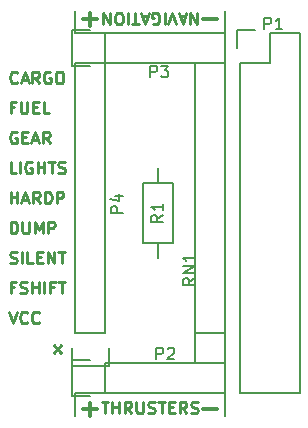
<source format=gto>
G04 #@! TF.FileFunction,Legend,Top*
%FSLAX46Y46*%
G04 Gerber Fmt 4.6, Leading zero omitted, Abs format (unit mm)*
G04 Created by KiCad (PCBNEW (2015-12-02 BZR 6341, Git dd06abf)-product) date 27/12/2015 22:57:57*
%MOMM*%
G01*
G04 APERTURE LIST*
%ADD10C,0.100000*%
%ADD11C,0.250000*%
%ADD12C,0.300000*%
%ADD13C,0.150000*%
G04 APERTURE END LIST*
D10*
D11*
X130317857Y-112212381D02*
X130841667Y-111545714D01*
X130317857Y-111545714D02*
X130841667Y-112212381D01*
D12*
X142938572Y-83927143D02*
X144081429Y-83927143D01*
X142938572Y-116947143D02*
X144081429Y-116947143D01*
X132778572Y-116947143D02*
X133921429Y-116947143D01*
X133350000Y-117518571D02*
X133350000Y-116375714D01*
X132778572Y-83927143D02*
X133921429Y-83927143D01*
X133350000Y-84498571D02*
X133350000Y-83355714D01*
D13*
X132080000Y-115570000D02*
X134620000Y-115570000D01*
X132080000Y-85090000D02*
X134620000Y-85090000D01*
X132080000Y-85090000D02*
X132080000Y-83185000D01*
X144780000Y-85090000D02*
X144780000Y-83185000D01*
X144780000Y-115570000D02*
X144780000Y-117475000D01*
X132080000Y-115570000D02*
X132080000Y-117475000D01*
D11*
X126460238Y-108672381D02*
X126793571Y-109672381D01*
X127126905Y-108672381D01*
X128031667Y-109577143D02*
X127984048Y-109624762D01*
X127841191Y-109672381D01*
X127745953Y-109672381D01*
X127603095Y-109624762D01*
X127507857Y-109529524D01*
X127460238Y-109434286D01*
X127412619Y-109243810D01*
X127412619Y-109100952D01*
X127460238Y-108910476D01*
X127507857Y-108815238D01*
X127603095Y-108720000D01*
X127745953Y-108672381D01*
X127841191Y-108672381D01*
X127984048Y-108720000D01*
X128031667Y-108767619D01*
X129031667Y-109577143D02*
X128984048Y-109624762D01*
X128841191Y-109672381D01*
X128745953Y-109672381D01*
X128603095Y-109624762D01*
X128507857Y-109529524D01*
X128460238Y-109434286D01*
X128412619Y-109243810D01*
X128412619Y-109100952D01*
X128460238Y-108910476D01*
X128507857Y-108815238D01*
X128603095Y-108720000D01*
X128745953Y-108672381D01*
X128841191Y-108672381D01*
X128984048Y-108720000D01*
X129031667Y-108767619D01*
X134310952Y-116292381D02*
X134882381Y-116292381D01*
X134596666Y-117292381D02*
X134596666Y-116292381D01*
X135215714Y-117292381D02*
X135215714Y-116292381D01*
X135215714Y-116768571D02*
X135787143Y-116768571D01*
X135787143Y-117292381D02*
X135787143Y-116292381D01*
X136834762Y-117292381D02*
X136501428Y-116816190D01*
X136263333Y-117292381D02*
X136263333Y-116292381D01*
X136644286Y-116292381D01*
X136739524Y-116340000D01*
X136787143Y-116387619D01*
X136834762Y-116482857D01*
X136834762Y-116625714D01*
X136787143Y-116720952D01*
X136739524Y-116768571D01*
X136644286Y-116816190D01*
X136263333Y-116816190D01*
X137263333Y-116292381D02*
X137263333Y-117101905D01*
X137310952Y-117197143D01*
X137358571Y-117244762D01*
X137453809Y-117292381D01*
X137644286Y-117292381D01*
X137739524Y-117244762D01*
X137787143Y-117197143D01*
X137834762Y-117101905D01*
X137834762Y-116292381D01*
X138263333Y-117244762D02*
X138406190Y-117292381D01*
X138644286Y-117292381D01*
X138739524Y-117244762D01*
X138787143Y-117197143D01*
X138834762Y-117101905D01*
X138834762Y-117006667D01*
X138787143Y-116911429D01*
X138739524Y-116863810D01*
X138644286Y-116816190D01*
X138453809Y-116768571D01*
X138358571Y-116720952D01*
X138310952Y-116673333D01*
X138263333Y-116578095D01*
X138263333Y-116482857D01*
X138310952Y-116387619D01*
X138358571Y-116340000D01*
X138453809Y-116292381D01*
X138691905Y-116292381D01*
X138834762Y-116340000D01*
X139120476Y-116292381D02*
X139691905Y-116292381D01*
X139406190Y-117292381D02*
X139406190Y-116292381D01*
X140025238Y-116768571D02*
X140358572Y-116768571D01*
X140501429Y-117292381D02*
X140025238Y-117292381D01*
X140025238Y-116292381D01*
X140501429Y-116292381D01*
X141501429Y-117292381D02*
X141168095Y-116816190D01*
X140930000Y-117292381D02*
X140930000Y-116292381D01*
X141310953Y-116292381D01*
X141406191Y-116340000D01*
X141453810Y-116387619D01*
X141501429Y-116482857D01*
X141501429Y-116625714D01*
X141453810Y-116720952D01*
X141406191Y-116768571D01*
X141310953Y-116816190D01*
X140930000Y-116816190D01*
X141882381Y-117244762D02*
X142025238Y-117292381D01*
X142263334Y-117292381D01*
X142358572Y-117244762D01*
X142406191Y-117197143D01*
X142453810Y-117101905D01*
X142453810Y-117006667D01*
X142406191Y-116911429D01*
X142358572Y-116863810D01*
X142263334Y-116816190D01*
X142072857Y-116768571D01*
X141977619Y-116720952D01*
X141930000Y-116673333D01*
X141882381Y-116578095D01*
X141882381Y-116482857D01*
X141930000Y-116387619D01*
X141977619Y-116340000D01*
X142072857Y-116292381D01*
X142310953Y-116292381D01*
X142453810Y-116340000D01*
X142406190Y-83367619D02*
X142406190Y-84367619D01*
X141834761Y-83367619D01*
X141834761Y-84367619D01*
X141406190Y-83653333D02*
X140929999Y-83653333D01*
X141501428Y-83367619D02*
X141168095Y-84367619D01*
X140834761Y-83367619D01*
X140644285Y-84367619D02*
X140310952Y-83367619D01*
X139977618Y-84367619D01*
X139644285Y-83367619D02*
X139644285Y-84367619D01*
X138644285Y-84320000D02*
X138739523Y-84367619D01*
X138882380Y-84367619D01*
X139025238Y-84320000D01*
X139120476Y-84224762D01*
X139168095Y-84129524D01*
X139215714Y-83939048D01*
X139215714Y-83796190D01*
X139168095Y-83605714D01*
X139120476Y-83510476D01*
X139025238Y-83415238D01*
X138882380Y-83367619D01*
X138787142Y-83367619D01*
X138644285Y-83415238D01*
X138596666Y-83462857D01*
X138596666Y-83796190D01*
X138787142Y-83796190D01*
X138215714Y-83653333D02*
X137739523Y-83653333D01*
X138310952Y-83367619D02*
X137977619Y-84367619D01*
X137644285Y-83367619D01*
X137453809Y-84367619D02*
X136882380Y-84367619D01*
X137168095Y-83367619D02*
X137168095Y-84367619D01*
X136549047Y-83367619D02*
X136549047Y-84367619D01*
X135882381Y-84367619D02*
X135691904Y-84367619D01*
X135596666Y-84320000D01*
X135501428Y-84224762D01*
X135453809Y-84034286D01*
X135453809Y-83700952D01*
X135501428Y-83510476D01*
X135596666Y-83415238D01*
X135691904Y-83367619D01*
X135882381Y-83367619D01*
X135977619Y-83415238D01*
X136072857Y-83510476D01*
X136120476Y-83700952D01*
X136120476Y-84034286D01*
X136072857Y-84224762D01*
X135977619Y-84320000D01*
X135882381Y-84367619D01*
X135025238Y-83367619D02*
X135025238Y-84367619D01*
X134453809Y-83367619D01*
X134453809Y-84367619D01*
X126603095Y-102052381D02*
X126603095Y-101052381D01*
X126841190Y-101052381D01*
X126984048Y-101100000D01*
X127079286Y-101195238D01*
X127126905Y-101290476D01*
X127174524Y-101480952D01*
X127174524Y-101623810D01*
X127126905Y-101814286D01*
X127079286Y-101909524D01*
X126984048Y-102004762D01*
X126841190Y-102052381D01*
X126603095Y-102052381D01*
X127603095Y-101052381D02*
X127603095Y-101861905D01*
X127650714Y-101957143D01*
X127698333Y-102004762D01*
X127793571Y-102052381D01*
X127984048Y-102052381D01*
X128079286Y-102004762D01*
X128126905Y-101957143D01*
X128174524Y-101861905D01*
X128174524Y-101052381D01*
X128650714Y-102052381D02*
X128650714Y-101052381D01*
X128984048Y-101766667D01*
X129317381Y-101052381D01*
X129317381Y-102052381D01*
X129793571Y-102052381D02*
X129793571Y-101052381D01*
X130174524Y-101052381D01*
X130269762Y-101100000D01*
X130317381Y-101147619D01*
X130365000Y-101242857D01*
X130365000Y-101385714D01*
X130317381Y-101480952D01*
X130269762Y-101528571D01*
X130174524Y-101576190D01*
X129793571Y-101576190D01*
X126555476Y-104544762D02*
X126698333Y-104592381D01*
X126936429Y-104592381D01*
X127031667Y-104544762D01*
X127079286Y-104497143D01*
X127126905Y-104401905D01*
X127126905Y-104306667D01*
X127079286Y-104211429D01*
X127031667Y-104163810D01*
X126936429Y-104116190D01*
X126745952Y-104068571D01*
X126650714Y-104020952D01*
X126603095Y-103973333D01*
X126555476Y-103878095D01*
X126555476Y-103782857D01*
X126603095Y-103687619D01*
X126650714Y-103640000D01*
X126745952Y-103592381D01*
X126984048Y-103592381D01*
X127126905Y-103640000D01*
X127555476Y-104592381D02*
X127555476Y-103592381D01*
X128507857Y-104592381D02*
X128031666Y-104592381D01*
X128031666Y-103592381D01*
X128841190Y-104068571D02*
X129174524Y-104068571D01*
X129317381Y-104592381D02*
X128841190Y-104592381D01*
X128841190Y-103592381D01*
X129317381Y-103592381D01*
X129745952Y-104592381D02*
X129745952Y-103592381D01*
X130317381Y-104592381D01*
X130317381Y-103592381D01*
X130650714Y-103592381D02*
X131222143Y-103592381D01*
X130936428Y-104592381D02*
X130936428Y-103592381D01*
X126936429Y-106608571D02*
X126603095Y-106608571D01*
X126603095Y-107132381D02*
X126603095Y-106132381D01*
X127079286Y-106132381D01*
X127412619Y-107084762D02*
X127555476Y-107132381D01*
X127793572Y-107132381D01*
X127888810Y-107084762D01*
X127936429Y-107037143D01*
X127984048Y-106941905D01*
X127984048Y-106846667D01*
X127936429Y-106751429D01*
X127888810Y-106703810D01*
X127793572Y-106656190D01*
X127603095Y-106608571D01*
X127507857Y-106560952D01*
X127460238Y-106513333D01*
X127412619Y-106418095D01*
X127412619Y-106322857D01*
X127460238Y-106227619D01*
X127507857Y-106180000D01*
X127603095Y-106132381D01*
X127841191Y-106132381D01*
X127984048Y-106180000D01*
X128412619Y-107132381D02*
X128412619Y-106132381D01*
X128412619Y-106608571D02*
X128984048Y-106608571D01*
X128984048Y-107132381D02*
X128984048Y-106132381D01*
X129460238Y-107132381D02*
X129460238Y-106132381D01*
X130269762Y-106608571D02*
X129936428Y-106608571D01*
X129936428Y-107132381D02*
X129936428Y-106132381D01*
X130412619Y-106132381D01*
X130650714Y-106132381D02*
X131222143Y-106132381D01*
X130936428Y-107132381D02*
X130936428Y-106132381D01*
X126603095Y-99512381D02*
X126603095Y-98512381D01*
X126603095Y-98988571D02*
X127174524Y-98988571D01*
X127174524Y-99512381D02*
X127174524Y-98512381D01*
X127603095Y-99226667D02*
X128079286Y-99226667D01*
X127507857Y-99512381D02*
X127841190Y-98512381D01*
X128174524Y-99512381D01*
X129079286Y-99512381D02*
X128745952Y-99036190D01*
X128507857Y-99512381D02*
X128507857Y-98512381D01*
X128888810Y-98512381D01*
X128984048Y-98560000D01*
X129031667Y-98607619D01*
X129079286Y-98702857D01*
X129079286Y-98845714D01*
X129031667Y-98940952D01*
X128984048Y-98988571D01*
X128888810Y-99036190D01*
X128507857Y-99036190D01*
X129507857Y-99512381D02*
X129507857Y-98512381D01*
X129745952Y-98512381D01*
X129888810Y-98560000D01*
X129984048Y-98655238D01*
X130031667Y-98750476D01*
X130079286Y-98940952D01*
X130079286Y-99083810D01*
X130031667Y-99274286D01*
X129984048Y-99369524D01*
X129888810Y-99464762D01*
X129745952Y-99512381D01*
X129507857Y-99512381D01*
X130507857Y-99512381D02*
X130507857Y-98512381D01*
X130888810Y-98512381D01*
X130984048Y-98560000D01*
X131031667Y-98607619D01*
X131079286Y-98702857D01*
X131079286Y-98845714D01*
X131031667Y-98940952D01*
X130984048Y-98988571D01*
X130888810Y-99036190D01*
X130507857Y-99036190D01*
X126936429Y-91368571D02*
X126603095Y-91368571D01*
X126603095Y-91892381D02*
X126603095Y-90892381D01*
X127079286Y-90892381D01*
X127460238Y-90892381D02*
X127460238Y-91701905D01*
X127507857Y-91797143D01*
X127555476Y-91844762D01*
X127650714Y-91892381D01*
X127841191Y-91892381D01*
X127936429Y-91844762D01*
X127984048Y-91797143D01*
X128031667Y-91701905D01*
X128031667Y-90892381D01*
X128507857Y-91368571D02*
X128841191Y-91368571D01*
X128984048Y-91892381D02*
X128507857Y-91892381D01*
X128507857Y-90892381D01*
X128984048Y-90892381D01*
X129888810Y-91892381D02*
X129412619Y-91892381D01*
X129412619Y-90892381D01*
X127126905Y-93480000D02*
X127031667Y-93432381D01*
X126888810Y-93432381D01*
X126745952Y-93480000D01*
X126650714Y-93575238D01*
X126603095Y-93670476D01*
X126555476Y-93860952D01*
X126555476Y-94003810D01*
X126603095Y-94194286D01*
X126650714Y-94289524D01*
X126745952Y-94384762D01*
X126888810Y-94432381D01*
X126984048Y-94432381D01*
X127126905Y-94384762D01*
X127174524Y-94337143D01*
X127174524Y-94003810D01*
X126984048Y-94003810D01*
X127603095Y-93908571D02*
X127936429Y-93908571D01*
X128079286Y-94432381D02*
X127603095Y-94432381D01*
X127603095Y-93432381D01*
X128079286Y-93432381D01*
X128460238Y-94146667D02*
X128936429Y-94146667D01*
X128365000Y-94432381D02*
X128698333Y-93432381D01*
X129031667Y-94432381D01*
X129936429Y-94432381D02*
X129603095Y-93956190D01*
X129365000Y-94432381D02*
X129365000Y-93432381D01*
X129745953Y-93432381D01*
X129841191Y-93480000D01*
X129888810Y-93527619D01*
X129936429Y-93622857D01*
X129936429Y-93765714D01*
X129888810Y-93860952D01*
X129841191Y-93908571D01*
X129745953Y-93956190D01*
X129365000Y-93956190D01*
X127174524Y-89257143D02*
X127126905Y-89304762D01*
X126984048Y-89352381D01*
X126888810Y-89352381D01*
X126745952Y-89304762D01*
X126650714Y-89209524D01*
X126603095Y-89114286D01*
X126555476Y-88923810D01*
X126555476Y-88780952D01*
X126603095Y-88590476D01*
X126650714Y-88495238D01*
X126745952Y-88400000D01*
X126888810Y-88352381D01*
X126984048Y-88352381D01*
X127126905Y-88400000D01*
X127174524Y-88447619D01*
X127555476Y-89066667D02*
X128031667Y-89066667D01*
X127460238Y-89352381D02*
X127793571Y-88352381D01*
X128126905Y-89352381D01*
X129031667Y-89352381D02*
X128698333Y-88876190D01*
X128460238Y-89352381D02*
X128460238Y-88352381D01*
X128841191Y-88352381D01*
X128936429Y-88400000D01*
X128984048Y-88447619D01*
X129031667Y-88542857D01*
X129031667Y-88685714D01*
X128984048Y-88780952D01*
X128936429Y-88828571D01*
X128841191Y-88876190D01*
X128460238Y-88876190D01*
X129984048Y-88400000D02*
X129888810Y-88352381D01*
X129745953Y-88352381D01*
X129603095Y-88400000D01*
X129507857Y-88495238D01*
X129460238Y-88590476D01*
X129412619Y-88780952D01*
X129412619Y-88923810D01*
X129460238Y-89114286D01*
X129507857Y-89209524D01*
X129603095Y-89304762D01*
X129745953Y-89352381D01*
X129841191Y-89352381D01*
X129984048Y-89304762D01*
X130031667Y-89257143D01*
X130031667Y-88923810D01*
X129841191Y-88923810D01*
X130650714Y-88352381D02*
X130841191Y-88352381D01*
X130936429Y-88400000D01*
X131031667Y-88495238D01*
X131079286Y-88685714D01*
X131079286Y-89019048D01*
X131031667Y-89209524D01*
X130936429Y-89304762D01*
X130841191Y-89352381D01*
X130650714Y-89352381D01*
X130555476Y-89304762D01*
X130460238Y-89209524D01*
X130412619Y-89019048D01*
X130412619Y-88685714D01*
X130460238Y-88495238D01*
X130555476Y-88400000D01*
X130650714Y-88352381D01*
X127079286Y-96972381D02*
X126603095Y-96972381D01*
X126603095Y-95972381D01*
X127412619Y-96972381D02*
X127412619Y-95972381D01*
X128412619Y-96020000D02*
X128317381Y-95972381D01*
X128174524Y-95972381D01*
X128031666Y-96020000D01*
X127936428Y-96115238D01*
X127888809Y-96210476D01*
X127841190Y-96400952D01*
X127841190Y-96543810D01*
X127888809Y-96734286D01*
X127936428Y-96829524D01*
X128031666Y-96924762D01*
X128174524Y-96972381D01*
X128269762Y-96972381D01*
X128412619Y-96924762D01*
X128460238Y-96877143D01*
X128460238Y-96543810D01*
X128269762Y-96543810D01*
X128888809Y-96972381D02*
X128888809Y-95972381D01*
X128888809Y-96448571D02*
X129460238Y-96448571D01*
X129460238Y-96972381D02*
X129460238Y-95972381D01*
X129793571Y-95972381D02*
X130365000Y-95972381D01*
X130079285Y-96972381D02*
X130079285Y-95972381D01*
X130650714Y-96924762D02*
X130793571Y-96972381D01*
X131031667Y-96972381D01*
X131126905Y-96924762D01*
X131174524Y-96877143D01*
X131222143Y-96781905D01*
X131222143Y-96686667D01*
X131174524Y-96591429D01*
X131126905Y-96543810D01*
X131031667Y-96496190D01*
X130841190Y-96448571D01*
X130745952Y-96400952D01*
X130698333Y-96353333D01*
X130650714Y-96258095D01*
X130650714Y-96162857D01*
X130698333Y-96067619D01*
X130745952Y-96020000D01*
X130841190Y-95972381D01*
X131079286Y-95972381D01*
X131222143Y-96020000D01*
D13*
X151130000Y-115570000D02*
X151130000Y-85090000D01*
X146050000Y-87630000D02*
X146050000Y-115570000D01*
X151130000Y-115570000D02*
X146050000Y-115570000D01*
X151130000Y-85090000D02*
X148590000Y-85090000D01*
X147320000Y-84810000D02*
X145770000Y-84810000D01*
X148590000Y-85090000D02*
X148590000Y-87630000D01*
X148590000Y-87630000D02*
X146050000Y-87630000D01*
X145770000Y-84810000D02*
X145770000Y-86360000D01*
X144780000Y-113030000D02*
X142240000Y-113030000D01*
X142240000Y-113030000D02*
X142240000Y-87630000D01*
X142240000Y-87630000D02*
X144780000Y-87630000D01*
X144780000Y-87630000D02*
X144780000Y-113030000D01*
X144780000Y-110490000D02*
X142240000Y-110490000D01*
X137795000Y-102870000D02*
X137795000Y-97790000D01*
X137795000Y-97790000D02*
X140335000Y-97790000D01*
X140335000Y-97790000D02*
X140335000Y-102870000D01*
X140335000Y-102870000D02*
X137795000Y-102870000D01*
X139065000Y-102870000D02*
X139065000Y-104140000D01*
X139065000Y-97790000D02*
X139065000Y-96520000D01*
X133350000Y-115850000D02*
X131800000Y-115850000D01*
X131800000Y-115850000D02*
X131800000Y-112750000D01*
X131800000Y-112750000D02*
X133350000Y-112750000D01*
X134620000Y-113030000D02*
X144780000Y-113030000D01*
X144780000Y-113030000D02*
X144780000Y-115570000D01*
X144780000Y-115570000D02*
X134620000Y-115570000D01*
X134620000Y-113030000D02*
X134620000Y-115570000D01*
X133350000Y-87910000D02*
X131800000Y-87910000D01*
X131800000Y-87910000D02*
X131800000Y-84810000D01*
X131800000Y-84810000D02*
X133350000Y-84810000D01*
X134620000Y-85090000D02*
X144780000Y-85090000D01*
X144780000Y-85090000D02*
X144780000Y-87630000D01*
X144780000Y-87630000D02*
X134620000Y-87630000D01*
X134620000Y-85090000D02*
X134620000Y-87630000D01*
X132080000Y-110490000D02*
X132080000Y-87630000D01*
X132080000Y-87630000D02*
X134620000Y-87630000D01*
X134620000Y-87630000D02*
X134620000Y-110490000D01*
X131800000Y-113310000D02*
X131800000Y-111760000D01*
X132080000Y-110490000D02*
X134620000Y-110490000D01*
X134900000Y-111760000D02*
X134900000Y-113310000D01*
X134900000Y-113310000D02*
X131800000Y-113310000D01*
X148105905Y-84780381D02*
X148105905Y-83780381D01*
X148486858Y-83780381D01*
X148582096Y-83828000D01*
X148629715Y-83875619D01*
X148677334Y-83970857D01*
X148677334Y-84113714D01*
X148629715Y-84208952D01*
X148582096Y-84256571D01*
X148486858Y-84304190D01*
X148105905Y-84304190D01*
X149629715Y-84780381D02*
X149058286Y-84780381D01*
X149344000Y-84780381D02*
X149344000Y-83780381D01*
X149248762Y-83923238D01*
X149153524Y-84018476D01*
X149058286Y-84066095D01*
X142184381Y-105846476D02*
X141708190Y-106179810D01*
X142184381Y-106417905D02*
X141184381Y-106417905D01*
X141184381Y-106036952D01*
X141232000Y-105941714D01*
X141279619Y-105894095D01*
X141374857Y-105846476D01*
X141517714Y-105846476D01*
X141612952Y-105894095D01*
X141660571Y-105941714D01*
X141708190Y-106036952D01*
X141708190Y-106417905D01*
X142184381Y-105417905D02*
X141184381Y-105417905D01*
X142184381Y-104846476D01*
X141184381Y-104846476D01*
X142184381Y-103846476D02*
X142184381Y-104417905D01*
X142184381Y-104132191D02*
X141184381Y-104132191D01*
X141327238Y-104227429D01*
X141422476Y-104322667D01*
X141470095Y-104417905D01*
X139517381Y-100496666D02*
X139041190Y-100830000D01*
X139517381Y-101068095D02*
X138517381Y-101068095D01*
X138517381Y-100687142D01*
X138565000Y-100591904D01*
X138612619Y-100544285D01*
X138707857Y-100496666D01*
X138850714Y-100496666D01*
X138945952Y-100544285D01*
X138993571Y-100591904D01*
X139041190Y-100687142D01*
X139041190Y-101068095D01*
X139517381Y-99544285D02*
X139517381Y-100115714D01*
X139517381Y-99830000D02*
X138517381Y-99830000D01*
X138660238Y-99925238D01*
X138755476Y-100020476D01*
X138803095Y-100115714D01*
X138961905Y-112720381D02*
X138961905Y-111720381D01*
X139342858Y-111720381D01*
X139438096Y-111768000D01*
X139485715Y-111815619D01*
X139533334Y-111910857D01*
X139533334Y-112053714D01*
X139485715Y-112148952D01*
X139438096Y-112196571D01*
X139342858Y-112244190D01*
X138961905Y-112244190D01*
X139914286Y-111815619D02*
X139961905Y-111768000D01*
X140057143Y-111720381D01*
X140295239Y-111720381D01*
X140390477Y-111768000D01*
X140438096Y-111815619D01*
X140485715Y-111910857D01*
X140485715Y-112006095D01*
X140438096Y-112148952D01*
X139866667Y-112720381D01*
X140485715Y-112720381D01*
X138453905Y-88844381D02*
X138453905Y-87844381D01*
X138834858Y-87844381D01*
X138930096Y-87892000D01*
X138977715Y-87939619D01*
X139025334Y-88034857D01*
X139025334Y-88177714D01*
X138977715Y-88272952D01*
X138930096Y-88320571D01*
X138834858Y-88368190D01*
X138453905Y-88368190D01*
X139358667Y-87844381D02*
X139977715Y-87844381D01*
X139644381Y-88225333D01*
X139787239Y-88225333D01*
X139882477Y-88272952D01*
X139930096Y-88320571D01*
X139977715Y-88415810D01*
X139977715Y-88653905D01*
X139930096Y-88749143D01*
X139882477Y-88796762D01*
X139787239Y-88844381D01*
X139501524Y-88844381D01*
X139406286Y-88796762D01*
X139358667Y-88749143D01*
X136088381Y-100306095D02*
X135088381Y-100306095D01*
X135088381Y-99925142D01*
X135136000Y-99829904D01*
X135183619Y-99782285D01*
X135278857Y-99734666D01*
X135421714Y-99734666D01*
X135516952Y-99782285D01*
X135564571Y-99829904D01*
X135612190Y-99925142D01*
X135612190Y-100306095D01*
X135421714Y-98877523D02*
X136088381Y-98877523D01*
X135040762Y-99115619D02*
X135755048Y-99353714D01*
X135755048Y-98734666D01*
M02*

</source>
